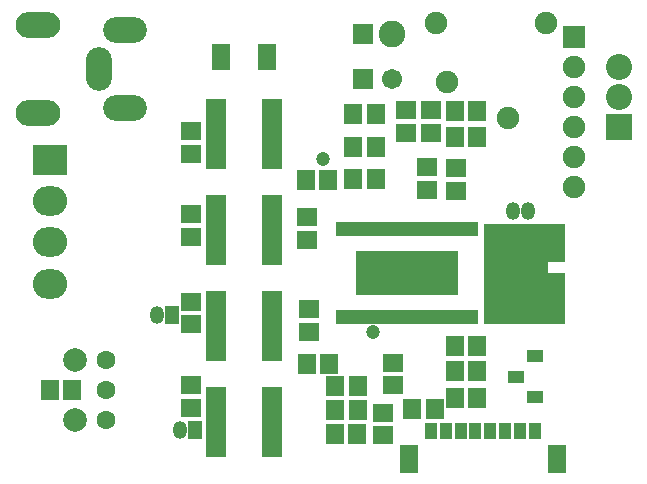
<source format=gbr>
G04 DipTrace 3.3.1.3*
G04 BottomMask.gbr*
%MOIN*%
G04 #@! TF.FileFunction,Soldermask,Bot*
G04 #@! TF.Part,Single*
%ADD51C,0.08905*%
%ADD89C,0.047402*%
%ADD91C,0.086772*%
%ADD93R,0.086772X0.086772*%
%ADD99C,0.078898*%
%ADD101C,0.06315*%
%ADD109R,0.342677X0.145827*%
%ADD111R,0.019252X0.047402*%
%ADD115R,0.057244X0.043465*%
%ADD125R,0.071024X0.232441*%
%ADD127R,0.047402X0.059213*%
%ADD129O,0.047402X0.059213*%
%ADD131R,0.059213X0.092677*%
%ADD133R,0.039528X0.055276*%
%ADD135O,0.114331X0.098583*%
%ADD137R,0.114331X0.098583*%
%ADD139C,0.067402*%
%ADD141R,0.067402X0.067402*%
%ADD143R,0.074961X0.074961*%
%ADD145C,0.074961*%
%ADD147O,0.149764X0.086772*%
%ADD149O,0.086772X0.145827*%
%ADD151O,0.145827X0.086772*%
%ADD155R,0.06315X0.090709*%
%ADD159R,0.059213X0.067087*%
%ADD161R,0.067087X0.059213*%
%FSLAX26Y26*%
G04*
G70*
G90*
G75*
G01*
G04 BotMask*
%LPD*%
D89*
X3657480Y1358268D3*
X3826772Y779528D3*
D161*
X3937008Y1444882D3*
Y1519685D3*
D159*
X3759843Y1291339D3*
X3834646D3*
X3774144Y600306D3*
X3699341D3*
X3759843Y1397638D3*
X3834646D3*
X3759843Y1507874D3*
X3834646D3*
X3774144Y519980D3*
X3699341D3*
X3773940Y439655D3*
X3699136D3*
X4173228Y649606D3*
X4098425D3*
D161*
X4102362Y1326772D3*
Y1251969D3*
D159*
X4173739Y561626D3*
X4098936D3*
X3956693Y523622D3*
X4031496D3*
D161*
X4006352Y1254068D3*
Y1328871D3*
D159*
X4173228Y1429134D3*
X4098425D3*
X4098731Y732503D3*
X4173534D3*
D161*
X3607243Y1162622D3*
Y1087819D3*
X3893701Y602362D3*
Y677165D3*
X3858268Y437008D3*
Y511811D3*
D159*
X3602362Y1287402D3*
X3677165D3*
D161*
X3613493Y781537D3*
Y856340D3*
D159*
X3605619Y675071D3*
X3680423D3*
D161*
X3220472Y807087D3*
Y881890D3*
Y527559D3*
Y602362D3*
Y1448819D3*
Y1374016D3*
Y1173228D3*
Y1098425D3*
D159*
X2822835Y586614D3*
X2748031D3*
D155*
X3472441Y1696850D3*
X3318903D3*
D151*
X3000000Y1527559D3*
D149*
X2913386Y1657480D3*
D151*
X3000000Y1787402D3*
D147*
X2708661Y1803150D3*
Y1511811D3*
D145*
X4401575Y1811024D3*
X4275591Y1492126D3*
X4070866Y1614173D3*
X4035433Y1811024D3*
D143*
X4496063Y1763780D3*
D145*
Y1663780D3*
Y1563780D3*
Y1463780D3*
Y1363780D3*
Y1263780D3*
D141*
X3791341Y1623228D3*
D139*
X3889761D3*
D137*
X2748031Y1354331D3*
D135*
Y1216535D3*
Y1078740D3*
Y940945D3*
D133*
X4019685Y448819D3*
X4068898D3*
D131*
X4438976Y358465D3*
X3944882D3*
D133*
X4118110Y448819D3*
X4216535D3*
X4167323D3*
X4314961D3*
X4265748D3*
X4364173D3*
D129*
X3104921Y837205D3*
D127*
X3154921D3*
D129*
X4292520Y1185039D3*
X4342520D3*
D141*
X3791341Y1773622D3*
D51*
X3889761D3*
D129*
X3181693Y454134D3*
D127*
X3231693D3*
D125*
X3488189Y800428D3*
X3303150D3*
X3488189Y480315D3*
X3303150D3*
X3488189Y1440655D3*
X3303150D3*
X3488189Y1120542D3*
X3303150D3*
D161*
X4019685Y1444882D3*
Y1519685D3*
D159*
X4173228Y1515748D3*
X4098425D3*
D115*
X4366142Y700787D3*
Y562992D3*
X4303150Y631891D3*
D111*
X3711881Y1125118D3*
X3731566D3*
X3751251D3*
X3770936D3*
X3790621D3*
X3810306D3*
X3829991D3*
X3849676D3*
X3869361D3*
X3889046D3*
X3908731D3*
X3928416D3*
X3948101D3*
X3967786D3*
X3987471D3*
X4007156D3*
X4026841D3*
X4046526D3*
X4066211D3*
X4085896D3*
X4105581D3*
X4125266D3*
X4144951D3*
X4164636D3*
Y829843D3*
X4144951D3*
X4125266D3*
X4105581D3*
X4085896D3*
X4066211D3*
X4046526D3*
X4026841D3*
X4007156D3*
X3987471D3*
X3967786D3*
X3948101D3*
X3928416D3*
X3908731D3*
X3889046D3*
X3869361D3*
X3849676D3*
X3829991D3*
X3810306D3*
X3790621D3*
X3770936D3*
X3751251D3*
X3731566D3*
X3711881D3*
D109*
X3938259Y977480D3*
D101*
X2935039Y488189D3*
Y588189D3*
Y688189D3*
D99*
X2831890Y488189D3*
Y688189D3*
D93*
X4644685Y1462087D3*
D91*
Y1562087D3*
Y1662087D3*
G36*
X4196850Y1139764D2*
X4465551D1*
Y1013780D1*
X4409449D1*
Y978346D1*
X4465551D1*
Y807087D1*
X4196850D1*
D1*
Y1139764D1*
G37*
M02*

</source>
